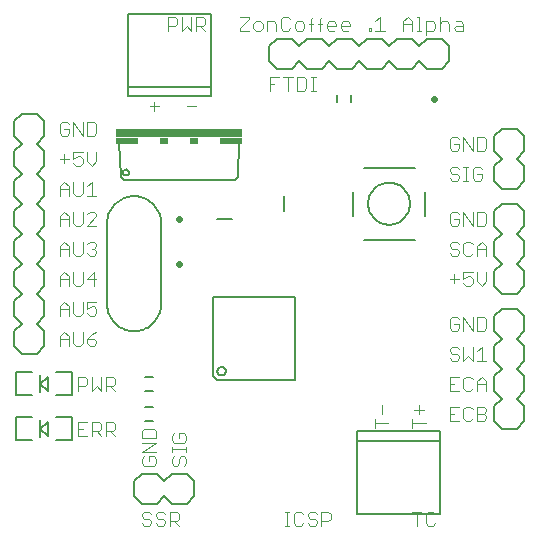
<source format=gto>
G75*
G70*
%OFA0B0*%
%FSLAX24Y24*%
%IPPOS*%
%LPD*%
%AMOC8*
5,1,8,0,0,1.08239X$1,22.5*
%
%ADD10C,0.0040*%
%ADD11C,0.0080*%
%ADD12C,0.0060*%
%ADD13C,0.0220*%
%ADD14C,0.0050*%
%ADD15R,0.4200X0.0300*%
%ADD16R,0.0750X0.0200*%
%ADD17R,0.0300X0.0200*%
D10*
X003200Y003452D02*
X003507Y003452D01*
X003660Y003452D02*
X003660Y003912D01*
X003890Y003912D01*
X003967Y003835D01*
X003967Y003682D01*
X003890Y003605D01*
X003660Y003605D01*
X003814Y003605D02*
X003967Y003452D01*
X004121Y003452D02*
X004121Y003912D01*
X004351Y003912D01*
X004428Y003835D01*
X004428Y003682D01*
X004351Y003605D01*
X004121Y003605D01*
X004274Y003605D02*
X004428Y003452D01*
X005331Y003372D02*
X005331Y003602D01*
X005407Y003679D01*
X005714Y003679D01*
X005791Y003602D01*
X005791Y003372D01*
X005331Y003372D01*
X005331Y003219D02*
X005791Y003219D01*
X005331Y002912D01*
X005791Y002912D01*
X005714Y002758D02*
X005561Y002758D01*
X005561Y002605D01*
X005714Y002452D02*
X005407Y002452D01*
X005331Y002528D01*
X005331Y002682D01*
X005407Y002758D01*
X005714Y002758D02*
X005791Y002682D01*
X005791Y002528D01*
X005714Y002452D01*
X006331Y002528D02*
X006407Y002452D01*
X006484Y002452D01*
X006561Y002528D01*
X006561Y002682D01*
X006638Y002758D01*
X006714Y002758D01*
X006791Y002682D01*
X006791Y002528D01*
X006714Y002452D01*
X006331Y002528D02*
X006331Y002682D01*
X006407Y002758D01*
X006331Y002912D02*
X006331Y003065D01*
X006331Y002989D02*
X006791Y002989D01*
X006791Y003065D02*
X006791Y002912D01*
X006714Y003219D02*
X006407Y003219D01*
X006331Y003296D01*
X006331Y003449D01*
X006407Y003526D01*
X006561Y003526D02*
X006561Y003372D01*
X006561Y003526D02*
X006714Y003526D01*
X006791Y003449D01*
X006791Y003296D01*
X006714Y003219D01*
X004428Y004952D02*
X004274Y005105D01*
X004351Y005105D02*
X004121Y005105D01*
X004121Y004952D02*
X004121Y005412D01*
X004351Y005412D01*
X004428Y005335D01*
X004428Y005182D01*
X004351Y005105D01*
X003967Y004952D02*
X003967Y005412D01*
X003660Y005412D02*
X003660Y004952D01*
X003814Y005105D01*
X003967Y004952D01*
X003507Y005182D02*
X003430Y005105D01*
X003200Y005105D01*
X003200Y004952D02*
X003200Y005412D01*
X003430Y005412D01*
X003507Y005335D01*
X003507Y005182D01*
X003579Y006452D02*
X003732Y006452D01*
X003809Y006528D01*
X003809Y006605D01*
X003732Y006682D01*
X003502Y006682D01*
X003502Y006528D01*
X003579Y006452D01*
X003502Y006682D02*
X003655Y006835D01*
X003809Y006912D01*
X003348Y006912D02*
X003348Y006528D01*
X003272Y006452D01*
X003118Y006452D01*
X003041Y006528D01*
X003041Y006912D01*
X002888Y006758D02*
X002888Y006452D01*
X002888Y006682D02*
X002581Y006682D01*
X002581Y006758D02*
X002735Y006912D01*
X002888Y006758D01*
X002581Y006758D02*
X002581Y006452D01*
X002581Y007452D02*
X002581Y007758D01*
X002735Y007912D01*
X002888Y007758D01*
X002888Y007452D01*
X003041Y007528D02*
X003118Y007452D01*
X003272Y007452D01*
X003348Y007528D01*
X003348Y007912D01*
X003502Y007912D02*
X003502Y007682D01*
X003655Y007758D01*
X003732Y007758D01*
X003809Y007682D01*
X003809Y007528D01*
X003732Y007452D01*
X003579Y007452D01*
X003502Y007528D01*
X003502Y007912D02*
X003809Y007912D01*
X003732Y008452D02*
X003732Y008912D01*
X003502Y008682D01*
X003809Y008682D01*
X003348Y008528D02*
X003348Y008912D01*
X003041Y008912D02*
X003041Y008528D01*
X003118Y008452D01*
X003272Y008452D01*
X003348Y008528D01*
X002888Y008452D02*
X002888Y008758D01*
X002735Y008912D01*
X002581Y008758D01*
X002581Y008452D01*
X002581Y008682D02*
X002888Y008682D01*
X002888Y009452D02*
X002888Y009758D01*
X002735Y009912D01*
X002581Y009758D01*
X002581Y009452D01*
X002581Y009682D02*
X002888Y009682D01*
X003041Y009528D02*
X003118Y009452D01*
X003272Y009452D01*
X003348Y009528D01*
X003348Y009912D01*
X003502Y009835D02*
X003579Y009912D01*
X003732Y009912D01*
X003809Y009835D01*
X003809Y009758D01*
X003732Y009682D01*
X003809Y009605D01*
X003809Y009528D01*
X003732Y009452D01*
X003579Y009452D01*
X003502Y009528D01*
X003655Y009682D02*
X003732Y009682D01*
X003041Y009528D02*
X003041Y009912D01*
X003118Y010452D02*
X003041Y010528D01*
X003041Y010912D01*
X002888Y010758D02*
X002888Y010452D01*
X002888Y010682D02*
X002581Y010682D01*
X002581Y010758D02*
X002581Y010452D01*
X002581Y010758D02*
X002735Y010912D01*
X002888Y010758D01*
X003118Y010452D02*
X003272Y010452D01*
X003348Y010528D01*
X003348Y010912D01*
X003502Y010835D02*
X003579Y010912D01*
X003732Y010912D01*
X003809Y010835D01*
X003809Y010758D01*
X003502Y010452D01*
X003809Y010452D01*
X003809Y011452D02*
X003502Y011452D01*
X003655Y011452D02*
X003655Y011912D01*
X003502Y011758D01*
X003348Y011912D02*
X003348Y011528D01*
X003272Y011452D01*
X003118Y011452D01*
X003041Y011528D01*
X003041Y011912D01*
X002888Y011758D02*
X002888Y011452D01*
X002888Y011682D02*
X002581Y011682D01*
X002581Y011758D02*
X002735Y011912D01*
X002888Y011758D01*
X002581Y011758D02*
X002581Y011452D01*
X003118Y012452D02*
X003041Y012528D01*
X003118Y012452D02*
X003272Y012452D01*
X003348Y012528D01*
X003348Y012682D01*
X003272Y012758D01*
X003195Y012758D01*
X003041Y012682D01*
X003041Y012912D01*
X003348Y012912D01*
X003502Y012912D02*
X003502Y012605D01*
X003655Y012452D01*
X003809Y012605D01*
X003809Y012912D01*
X003732Y013452D02*
X003502Y013452D01*
X003502Y013912D01*
X003732Y013912D01*
X003809Y013835D01*
X003809Y013528D01*
X003732Y013452D01*
X003348Y013452D02*
X003348Y013912D01*
X003041Y013912D02*
X003041Y013452D01*
X002888Y013528D02*
X002888Y013682D01*
X002735Y013682D01*
X002888Y013835D02*
X002811Y013912D01*
X002658Y013912D01*
X002581Y013835D01*
X002581Y013528D01*
X002658Y013452D01*
X002811Y013452D01*
X002888Y013528D01*
X003041Y013912D02*
X003348Y013452D01*
X002735Y012835D02*
X002735Y012528D01*
X002581Y012682D02*
X002888Y012682D01*
X005581Y014432D02*
X005888Y014432D01*
X005735Y014585D02*
X005735Y014278D01*
X006831Y014432D02*
X007138Y014432D01*
X009581Y014952D02*
X009581Y015412D01*
X009888Y015412D01*
X010041Y015412D02*
X010348Y015412D01*
X010195Y015412D02*
X010195Y014952D01*
X010502Y014952D02*
X010732Y014952D01*
X010809Y015028D01*
X010809Y015335D01*
X010732Y015412D01*
X010502Y015412D01*
X010502Y014952D01*
X010962Y014952D02*
X011116Y014952D01*
X011039Y014952D02*
X011039Y015412D01*
X010962Y015412D02*
X011116Y015412D01*
X009735Y015182D02*
X009581Y015182D01*
X009502Y016952D02*
X009502Y017258D01*
X009732Y017258D01*
X009809Y017182D01*
X009809Y016952D01*
X009962Y017028D02*
X010039Y016952D01*
X010192Y016952D01*
X010269Y017028D01*
X010423Y017028D02*
X010499Y016952D01*
X010653Y016952D01*
X010729Y017028D01*
X010729Y017182D01*
X010653Y017258D01*
X010499Y017258D01*
X010423Y017182D01*
X010423Y017028D01*
X010269Y017335D02*
X010192Y017412D01*
X010039Y017412D01*
X009962Y017335D01*
X009962Y017028D01*
X009348Y017028D02*
X009272Y016952D01*
X009118Y016952D01*
X009041Y017028D01*
X009041Y017182D01*
X009118Y017258D01*
X009272Y017258D01*
X009348Y017182D01*
X009348Y017028D01*
X008888Y016952D02*
X008581Y016952D01*
X008581Y017028D01*
X008888Y017335D01*
X008888Y017412D01*
X008581Y017412D01*
X007428Y017335D02*
X007428Y017182D01*
X007351Y017105D01*
X007121Y017105D01*
X007274Y017105D02*
X007428Y016952D01*
X007121Y016952D02*
X007121Y017412D01*
X007351Y017412D01*
X007428Y017335D01*
X006967Y017412D02*
X006967Y016952D01*
X006814Y017105D01*
X006660Y016952D01*
X006660Y017412D01*
X006507Y017335D02*
X006507Y017182D01*
X006430Y017105D01*
X006200Y017105D01*
X006200Y016952D02*
X006200Y017412D01*
X006430Y017412D01*
X006507Y017335D01*
X010883Y017182D02*
X011036Y017182D01*
X011190Y017182D02*
X011343Y017182D01*
X011497Y017182D02*
X011497Y017028D01*
X011573Y016952D01*
X011727Y016952D01*
X011804Y017105D02*
X011497Y017105D01*
X011497Y017182D02*
X011573Y017258D01*
X011727Y017258D01*
X011804Y017182D01*
X011804Y017105D01*
X011957Y017105D02*
X012264Y017105D01*
X012264Y017182D01*
X012187Y017258D01*
X012034Y017258D01*
X011957Y017182D01*
X011957Y017028D01*
X012034Y016952D01*
X012187Y016952D01*
X012878Y016952D02*
X012954Y016952D01*
X012954Y017028D01*
X012878Y017028D01*
X012878Y016952D01*
X013108Y016952D02*
X013415Y016952D01*
X013261Y016952D02*
X013261Y017412D01*
X013108Y017258D01*
X014029Y017258D02*
X014029Y016952D01*
X014029Y017182D02*
X014335Y017182D01*
X014335Y017258D02*
X014335Y016952D01*
X014489Y016952D02*
X014642Y016952D01*
X014566Y016952D02*
X014566Y017412D01*
X014489Y017412D01*
X014335Y017258D02*
X014182Y017412D01*
X014029Y017258D01*
X014796Y017258D02*
X014796Y016798D01*
X014796Y016952D02*
X015026Y016952D01*
X015103Y017028D01*
X015103Y017182D01*
X015026Y017258D01*
X014796Y017258D01*
X015256Y017182D02*
X015333Y017258D01*
X015486Y017258D01*
X015563Y017182D01*
X015563Y016952D01*
X015717Y017028D02*
X015793Y017105D01*
X016023Y017105D01*
X016023Y017182D02*
X015947Y017258D01*
X015793Y017258D01*
X015717Y017028D02*
X015793Y016952D01*
X016023Y016952D01*
X016023Y017182D01*
X015256Y017412D02*
X015256Y016952D01*
X015658Y013412D02*
X015581Y013335D01*
X015581Y013028D01*
X015658Y012952D01*
X015811Y012952D01*
X015888Y013028D01*
X015888Y013182D01*
X015735Y013182D01*
X015888Y013335D02*
X015811Y013412D01*
X015658Y013412D01*
X016041Y013412D02*
X016348Y012952D01*
X016348Y013412D01*
X016502Y013412D02*
X016732Y013412D01*
X016809Y013335D01*
X016809Y013028D01*
X016732Y012952D01*
X016502Y012952D01*
X016502Y013412D01*
X016041Y013412D02*
X016041Y012952D01*
X016041Y012412D02*
X016195Y012412D01*
X016118Y012412D02*
X016118Y011952D01*
X016041Y011952D02*
X016195Y011952D01*
X016348Y012028D02*
X016425Y011952D01*
X016579Y011952D01*
X016655Y012028D01*
X016655Y012182D01*
X016502Y012182D01*
X016655Y012335D02*
X016579Y012412D01*
X016425Y012412D01*
X016348Y012335D01*
X016348Y012028D01*
X015888Y012028D02*
X015811Y011952D01*
X015658Y011952D01*
X015581Y012028D01*
X015658Y012182D02*
X015581Y012258D01*
X015581Y012335D01*
X015658Y012412D01*
X015811Y012412D01*
X015888Y012335D01*
X015811Y012182D02*
X015658Y012182D01*
X015811Y012182D02*
X015888Y012105D01*
X015888Y012028D01*
X015811Y010912D02*
X015658Y010912D01*
X015581Y010835D01*
X015581Y010528D01*
X015658Y010452D01*
X015811Y010452D01*
X015888Y010528D01*
X015888Y010682D01*
X015735Y010682D01*
X015888Y010835D02*
X015811Y010912D01*
X016041Y010912D02*
X016348Y010452D01*
X016348Y010912D01*
X016502Y010912D02*
X016732Y010912D01*
X016809Y010835D01*
X016809Y010528D01*
X016732Y010452D01*
X016502Y010452D01*
X016502Y010912D01*
X016041Y010912D02*
X016041Y010452D01*
X016118Y009912D02*
X016041Y009835D01*
X016041Y009528D01*
X016118Y009452D01*
X016272Y009452D01*
X016348Y009528D01*
X016502Y009452D02*
X016502Y009758D01*
X016655Y009912D01*
X016809Y009758D01*
X016809Y009452D01*
X016809Y009682D02*
X016502Y009682D01*
X016348Y009835D02*
X016272Y009912D01*
X016118Y009912D01*
X015888Y009835D02*
X015811Y009912D01*
X015658Y009912D01*
X015581Y009835D01*
X015581Y009758D01*
X015658Y009682D01*
X015811Y009682D01*
X015888Y009605D01*
X015888Y009528D01*
X015811Y009452D01*
X015658Y009452D01*
X015581Y009528D01*
X015735Y008835D02*
X015735Y008528D01*
X015581Y008682D02*
X015888Y008682D01*
X016041Y008682D02*
X016041Y008912D01*
X016348Y008912D01*
X016502Y008912D02*
X016502Y008605D01*
X016655Y008452D01*
X016809Y008605D01*
X016809Y008912D01*
X016348Y008682D02*
X016348Y008528D01*
X016272Y008452D01*
X016118Y008452D01*
X016041Y008528D01*
X016041Y008682D02*
X016195Y008758D01*
X016272Y008758D01*
X016348Y008682D01*
X016348Y007412D02*
X016348Y006952D01*
X016041Y007412D01*
X016041Y006952D01*
X015888Y007028D02*
X015888Y007182D01*
X015735Y007182D01*
X015888Y007335D02*
X015811Y007412D01*
X015658Y007412D01*
X015581Y007335D01*
X015581Y007028D01*
X015658Y006952D01*
X015811Y006952D01*
X015888Y007028D01*
X016502Y006952D02*
X016732Y006952D01*
X016809Y007028D01*
X016809Y007335D01*
X016732Y007412D01*
X016502Y007412D01*
X016502Y006952D01*
X016655Y006412D02*
X016502Y006258D01*
X016655Y006412D02*
X016655Y005952D01*
X016502Y005952D02*
X016809Y005952D01*
X016348Y005952D02*
X016348Y006412D01*
X016041Y006412D02*
X016041Y005952D01*
X016195Y006105D01*
X016348Y005952D01*
X015888Y006028D02*
X015811Y005952D01*
X015658Y005952D01*
X015581Y006028D01*
X015658Y006182D02*
X015811Y006182D01*
X015888Y006105D01*
X015888Y006028D01*
X015658Y006182D02*
X015581Y006258D01*
X015581Y006335D01*
X015658Y006412D01*
X015811Y006412D01*
X015888Y006335D01*
X015888Y005412D02*
X015581Y005412D01*
X015581Y004952D01*
X015888Y004952D01*
X016041Y005028D02*
X016118Y004952D01*
X016272Y004952D01*
X016348Y005028D01*
X016502Y004952D02*
X016502Y005258D01*
X016655Y005412D01*
X016809Y005258D01*
X016809Y004952D01*
X016809Y005182D02*
X016502Y005182D01*
X016348Y005335D02*
X016272Y005412D01*
X016118Y005412D01*
X016041Y005335D01*
X016041Y005028D01*
X015735Y005182D02*
X015581Y005182D01*
X015581Y004412D02*
X015581Y003952D01*
X015888Y003952D01*
X016041Y004028D02*
X016118Y003952D01*
X016272Y003952D01*
X016348Y004028D01*
X016502Y003952D02*
X016732Y003952D01*
X016809Y004028D01*
X016809Y004105D01*
X016732Y004182D01*
X016502Y004182D01*
X016348Y004335D02*
X016272Y004412D01*
X016118Y004412D01*
X016041Y004335D01*
X016041Y004028D01*
X015735Y004182D02*
X015581Y004182D01*
X015581Y004412D02*
X015888Y004412D01*
X016502Y004412D02*
X016502Y003952D01*
X016732Y004182D02*
X016809Y004258D01*
X016809Y004335D01*
X016732Y004412D01*
X016502Y004412D01*
X014714Y004315D02*
X014407Y004315D01*
X014561Y004162D02*
X014561Y004469D01*
X014331Y004008D02*
X014331Y003702D01*
X014331Y003855D02*
X014791Y003855D01*
X013541Y003855D02*
X013081Y003855D01*
X013081Y003702D02*
X013081Y004008D01*
X013311Y004162D02*
X013311Y004469D01*
X014331Y000912D02*
X014638Y000912D01*
X014485Y000912D02*
X014485Y000452D01*
X014791Y000528D02*
X014868Y000452D01*
X015022Y000452D01*
X015098Y000528D01*
X014791Y000528D02*
X014791Y000835D01*
X014868Y000912D01*
X015022Y000912D01*
X015098Y000835D01*
X011616Y000835D02*
X011616Y000682D01*
X011539Y000605D01*
X011309Y000605D01*
X011309Y000452D02*
X011309Y000912D01*
X011539Y000912D01*
X011616Y000835D01*
X011155Y000835D02*
X011079Y000912D01*
X010925Y000912D01*
X010848Y000835D01*
X010848Y000758D01*
X010925Y000682D01*
X011079Y000682D01*
X011155Y000605D01*
X011155Y000528D01*
X011079Y000452D01*
X010925Y000452D01*
X010848Y000528D01*
X010695Y000528D02*
X010618Y000452D01*
X010465Y000452D01*
X010388Y000528D01*
X010388Y000835D01*
X010465Y000912D01*
X010618Y000912D01*
X010695Y000835D01*
X010235Y000912D02*
X010081Y000912D01*
X010158Y000912D02*
X010158Y000452D01*
X010081Y000452D02*
X010235Y000452D01*
X006559Y000452D02*
X006405Y000605D01*
X006482Y000605D02*
X006252Y000605D01*
X006252Y000452D02*
X006252Y000912D01*
X006482Y000912D01*
X006559Y000835D01*
X006559Y000682D01*
X006482Y000605D01*
X006098Y000605D02*
X006098Y000528D01*
X006022Y000452D01*
X005868Y000452D01*
X005791Y000528D01*
X005638Y000528D02*
X005638Y000605D01*
X005561Y000682D01*
X005408Y000682D01*
X005331Y000758D01*
X005331Y000835D01*
X005408Y000912D01*
X005561Y000912D01*
X005638Y000835D01*
X005791Y000835D02*
X005868Y000912D01*
X006022Y000912D01*
X006098Y000835D01*
X006022Y000682D02*
X005868Y000682D01*
X005791Y000758D01*
X005791Y000835D01*
X006022Y000682D02*
X006098Y000605D01*
X005638Y000528D02*
X005561Y000452D01*
X005408Y000452D01*
X005331Y000528D01*
X003200Y003452D02*
X003200Y003912D01*
X003507Y003912D01*
X003353Y003682D02*
X003200Y003682D01*
X003041Y007528D02*
X003041Y007912D01*
X002888Y007682D02*
X002581Y007682D01*
X010960Y016952D02*
X010960Y017335D01*
X011036Y017412D01*
X011266Y017335D02*
X011343Y017412D01*
X011266Y017335D02*
X011266Y016952D01*
D11*
X001116Y004075D02*
X001116Y003288D01*
X001667Y003288D01*
X001943Y003406D02*
X001943Y003682D01*
X002179Y003918D01*
X002179Y003445D01*
X001943Y003682D01*
X001943Y003957D01*
X001667Y004075D02*
X001116Y004075D01*
X001116Y004788D02*
X001116Y005575D01*
X001667Y005575D01*
X001943Y005457D02*
X001943Y005182D01*
X002179Y005418D01*
X002179Y004945D01*
X001943Y005182D01*
X001943Y004906D01*
X001667Y004788D02*
X001116Y004788D01*
X002455Y004788D02*
X003006Y004788D01*
X003006Y005575D01*
X002455Y005575D01*
X001811Y006182D02*
X001311Y006182D01*
X001061Y006432D01*
X001061Y006932D01*
X001311Y007182D01*
X001061Y007432D01*
X001061Y007932D01*
X001311Y008182D01*
X001061Y008432D01*
X001061Y008932D01*
X001311Y009182D01*
X001061Y009432D01*
X001061Y009932D01*
X001311Y010182D01*
X001061Y010432D01*
X001061Y010932D01*
X001311Y011182D01*
X001061Y011432D01*
X001061Y011932D01*
X001311Y012182D01*
X001061Y012432D01*
X001061Y012932D01*
X001311Y013182D01*
X001061Y013432D01*
X001061Y013932D01*
X001311Y014182D01*
X001811Y014182D01*
X002061Y013932D01*
X002061Y013432D01*
X001811Y013182D01*
X002061Y012932D01*
X002061Y012432D01*
X001811Y012182D01*
X002061Y011932D01*
X002061Y011432D01*
X001811Y011182D01*
X002061Y010932D01*
X002061Y010432D01*
X001811Y010182D01*
X002061Y009932D01*
X002061Y009432D01*
X001811Y009182D01*
X002061Y008932D01*
X002061Y008432D01*
X001811Y008182D01*
X002061Y007932D01*
X002061Y007432D01*
X001811Y007182D01*
X002061Y006932D01*
X002061Y006432D01*
X001811Y006182D01*
X002455Y004075D02*
X003006Y004075D01*
X003006Y003288D01*
X002455Y003288D01*
X005061Y001932D02*
X005061Y001432D01*
X005311Y001182D01*
X005811Y001182D01*
X006061Y001432D01*
X006311Y001182D01*
X006811Y001182D01*
X007061Y001432D01*
X007061Y001932D01*
X006811Y002182D01*
X006311Y002182D01*
X006061Y001932D01*
X005811Y002182D01*
X005311Y002182D01*
X005061Y001932D01*
X004161Y007832D02*
X004163Y007773D01*
X004169Y007715D01*
X004178Y007656D01*
X004192Y007599D01*
X004209Y007543D01*
X004230Y007488D01*
X004254Y007434D01*
X004282Y007382D01*
X004313Y007332D01*
X004347Y007284D01*
X004384Y007239D01*
X004425Y007196D01*
X004468Y007155D01*
X004513Y007118D01*
X004561Y007084D01*
X004611Y007053D01*
X004663Y007025D01*
X004717Y007001D01*
X004772Y006980D01*
X004828Y006963D01*
X004885Y006949D01*
X004944Y006940D01*
X005002Y006934D01*
X005061Y006932D01*
X005120Y006934D01*
X005178Y006940D01*
X005237Y006949D01*
X005294Y006963D01*
X005350Y006980D01*
X005405Y007001D01*
X005459Y007025D01*
X005511Y007053D01*
X005561Y007084D01*
X005609Y007118D01*
X005654Y007155D01*
X005697Y007196D01*
X005738Y007239D01*
X005775Y007284D01*
X005809Y007332D01*
X005840Y007382D01*
X005868Y007434D01*
X005892Y007488D01*
X005913Y007543D01*
X005930Y007599D01*
X005944Y007656D01*
X005953Y007715D01*
X005959Y007773D01*
X005961Y007832D01*
X005961Y010532D01*
X005959Y010591D01*
X005953Y010649D01*
X005944Y010708D01*
X005930Y010765D01*
X005913Y010821D01*
X005892Y010876D01*
X005868Y010930D01*
X005840Y010982D01*
X005809Y011032D01*
X005775Y011080D01*
X005738Y011125D01*
X005697Y011168D01*
X005654Y011209D01*
X005609Y011246D01*
X005561Y011280D01*
X005511Y011311D01*
X005459Y011339D01*
X005405Y011363D01*
X005350Y011384D01*
X005294Y011401D01*
X005237Y011415D01*
X005178Y011424D01*
X005120Y011430D01*
X005061Y011432D01*
X005002Y011430D01*
X004944Y011424D01*
X004885Y011415D01*
X004828Y011401D01*
X004772Y011384D01*
X004717Y011363D01*
X004663Y011339D01*
X004611Y011311D01*
X004561Y011280D01*
X004513Y011246D01*
X004468Y011209D01*
X004425Y011168D01*
X004384Y011125D01*
X004347Y011080D01*
X004313Y011032D01*
X004282Y010982D01*
X004254Y010930D01*
X004230Y010876D01*
X004209Y010821D01*
X004192Y010765D01*
X004178Y010708D01*
X004169Y010649D01*
X004163Y010591D01*
X004161Y010532D01*
X004161Y007832D01*
X007811Y010682D02*
X008311Y010682D01*
X010061Y010932D02*
X010061Y011432D01*
X012361Y011586D02*
X012361Y010782D01*
X012711Y009982D02*
X014411Y009982D01*
X014761Y010782D02*
X014761Y011574D01*
X014411Y012382D02*
X012711Y012382D01*
X012861Y011182D02*
X012863Y011234D01*
X012869Y011286D01*
X012879Y011338D01*
X012892Y011388D01*
X012909Y011438D01*
X012930Y011486D01*
X012955Y011532D01*
X012983Y011576D01*
X013014Y011618D01*
X013048Y011658D01*
X013085Y011695D01*
X013125Y011729D01*
X013167Y011760D01*
X013211Y011788D01*
X013257Y011813D01*
X013305Y011834D01*
X013355Y011851D01*
X013405Y011864D01*
X013457Y011874D01*
X013509Y011880D01*
X013561Y011882D01*
X013613Y011880D01*
X013665Y011874D01*
X013717Y011864D01*
X013767Y011851D01*
X013817Y011834D01*
X013865Y011813D01*
X013911Y011788D01*
X013955Y011760D01*
X013997Y011729D01*
X014037Y011695D01*
X014074Y011658D01*
X014108Y011618D01*
X014139Y011576D01*
X014167Y011532D01*
X014192Y011486D01*
X014213Y011438D01*
X014230Y011388D01*
X014243Y011338D01*
X014253Y011286D01*
X014259Y011234D01*
X014261Y011182D01*
X014259Y011130D01*
X014253Y011078D01*
X014243Y011026D01*
X014230Y010976D01*
X014213Y010926D01*
X014192Y010878D01*
X014167Y010832D01*
X014139Y010788D01*
X014108Y010746D01*
X014074Y010706D01*
X014037Y010669D01*
X013997Y010635D01*
X013955Y010604D01*
X013911Y010576D01*
X013865Y010551D01*
X013817Y010530D01*
X013767Y010513D01*
X013717Y010500D01*
X013665Y010490D01*
X013613Y010484D01*
X013561Y010482D01*
X013509Y010484D01*
X013457Y010490D01*
X013405Y010500D01*
X013355Y010513D01*
X013305Y010530D01*
X013257Y010551D01*
X013211Y010576D01*
X013167Y010604D01*
X013125Y010635D01*
X013085Y010669D01*
X013048Y010706D01*
X013014Y010746D01*
X012983Y010788D01*
X012955Y010832D01*
X012930Y010878D01*
X012909Y010926D01*
X012892Y010976D01*
X012879Y011026D01*
X012869Y011078D01*
X012863Y011130D01*
X012861Y011182D01*
X017061Y010932D02*
X017061Y010432D01*
X017311Y010182D01*
X017061Y009932D01*
X017061Y009432D01*
X017311Y009182D01*
X017061Y008932D01*
X017061Y008432D01*
X017311Y008182D01*
X017811Y008182D01*
X018061Y008432D01*
X018061Y008932D01*
X017811Y009182D01*
X018061Y009432D01*
X018061Y009932D01*
X017811Y010182D01*
X018061Y010432D01*
X018061Y010932D01*
X017811Y011182D01*
X017311Y011182D01*
X017061Y010932D01*
X017311Y011682D02*
X017811Y011682D01*
X018061Y011932D01*
X018061Y012432D01*
X017811Y012682D01*
X018061Y012932D01*
X018061Y013432D01*
X017811Y013682D01*
X017311Y013682D01*
X017061Y013432D01*
X017061Y012932D01*
X017311Y012682D01*
X017061Y012432D01*
X017061Y011932D01*
X017311Y011682D01*
X015311Y015682D02*
X014811Y015682D01*
X014561Y015932D01*
X014311Y015682D01*
X013811Y015682D01*
X013561Y015932D01*
X013311Y015682D01*
X012811Y015682D01*
X012561Y015932D01*
X012311Y015682D01*
X011811Y015682D01*
X011561Y015932D01*
X011311Y015682D01*
X010811Y015682D01*
X010561Y015932D01*
X010311Y015682D01*
X009811Y015682D01*
X009561Y015932D01*
X009561Y016432D01*
X009811Y016682D01*
X010311Y016682D01*
X010561Y016432D01*
X010811Y016682D01*
X011311Y016682D01*
X011561Y016432D01*
X011811Y016682D01*
X012311Y016682D01*
X012561Y016432D01*
X012811Y016682D01*
X013311Y016682D01*
X013561Y016432D01*
X013811Y016682D01*
X014311Y016682D01*
X014561Y016432D01*
X014811Y016682D01*
X015311Y016682D01*
X015561Y016432D01*
X015561Y015932D01*
X015311Y015682D01*
X007628Y015079D02*
X007628Y014764D01*
X004872Y014764D01*
X004872Y015079D01*
X007628Y015079D01*
X007628Y017520D01*
X004872Y017520D01*
X004872Y015079D01*
X017061Y007432D02*
X017061Y006932D01*
X017311Y006682D01*
X017061Y006432D01*
X017061Y005932D01*
X017311Y005682D01*
X017061Y005432D01*
X017061Y004932D01*
X017311Y004682D01*
X017061Y004432D01*
X017061Y003932D01*
X017311Y003682D01*
X017811Y003682D01*
X018061Y003932D01*
X018061Y004432D01*
X017811Y004682D01*
X018061Y004932D01*
X018061Y005432D01*
X017811Y005682D01*
X018061Y005932D01*
X018061Y006432D01*
X017811Y006682D01*
X018061Y006932D01*
X018061Y007432D01*
X017811Y007682D01*
X017311Y007682D01*
X017061Y007432D01*
X015250Y003599D02*
X015250Y003284D01*
X012494Y003284D01*
X012494Y003599D01*
X015250Y003599D01*
X015250Y003284D02*
X015250Y000843D01*
X012494Y000843D01*
X012494Y003284D01*
D12*
X010441Y005302D02*
X007821Y005302D01*
X007681Y005441D01*
X007681Y008061D01*
X010441Y008061D01*
X010441Y005302D01*
X007840Y005602D02*
X007842Y005625D01*
X007848Y005648D01*
X007857Y005669D01*
X007870Y005689D01*
X007886Y005706D01*
X007904Y005720D01*
X007924Y005731D01*
X007946Y005739D01*
X007969Y005743D01*
X007993Y005743D01*
X008016Y005739D01*
X008038Y005731D01*
X008058Y005720D01*
X008076Y005706D01*
X008092Y005689D01*
X008105Y005669D01*
X008114Y005648D01*
X008120Y005625D01*
X008122Y005602D01*
X008120Y005579D01*
X008114Y005556D01*
X008105Y005535D01*
X008092Y005515D01*
X008076Y005498D01*
X008058Y005484D01*
X008038Y005473D01*
X008016Y005465D01*
X007993Y005461D01*
X007969Y005461D01*
X007946Y005465D01*
X007924Y005473D01*
X007904Y005484D01*
X007886Y005498D01*
X007870Y005515D01*
X007857Y005535D01*
X007848Y005556D01*
X007842Y005579D01*
X007840Y005602D01*
X005679Y005418D02*
X005443Y005418D01*
X005443Y004945D02*
X005679Y004945D01*
X005679Y004418D02*
X005443Y004418D01*
X005443Y003945D02*
X005679Y003945D01*
X011825Y014563D02*
X011825Y014800D01*
X012297Y014800D02*
X012297Y014563D01*
D13*
X015049Y014682D02*
X015073Y014682D01*
X006573Y010682D02*
X006549Y010682D01*
X006573Y009182D02*
X006549Y009182D01*
D14*
X004711Y011982D02*
X004611Y012082D01*
X004561Y013232D01*
X004691Y012222D02*
X004693Y012242D01*
X004699Y012260D01*
X004708Y012278D01*
X004720Y012293D01*
X004735Y012305D01*
X004753Y012314D01*
X004771Y012320D01*
X004791Y012322D01*
X004811Y012320D01*
X004829Y012314D01*
X004847Y012305D01*
X004862Y012293D01*
X004874Y012278D01*
X004883Y012260D01*
X004889Y012242D01*
X004891Y012222D01*
X004889Y012202D01*
X004883Y012184D01*
X004874Y012166D01*
X004862Y012151D01*
X004847Y012139D01*
X004829Y012130D01*
X004811Y012124D01*
X004791Y012122D01*
X004771Y012124D01*
X004753Y012130D01*
X004735Y012139D01*
X004720Y012151D01*
X004708Y012166D01*
X004699Y012184D01*
X004693Y012202D01*
X004691Y012222D01*
X004711Y011982D02*
X008411Y011982D01*
X008511Y012082D01*
X008561Y013232D01*
D15*
X006561Y013532D03*
D16*
X004836Y013282D03*
X008286Y013282D03*
D17*
X007061Y013282D03*
X006061Y013282D03*
M02*

</source>
